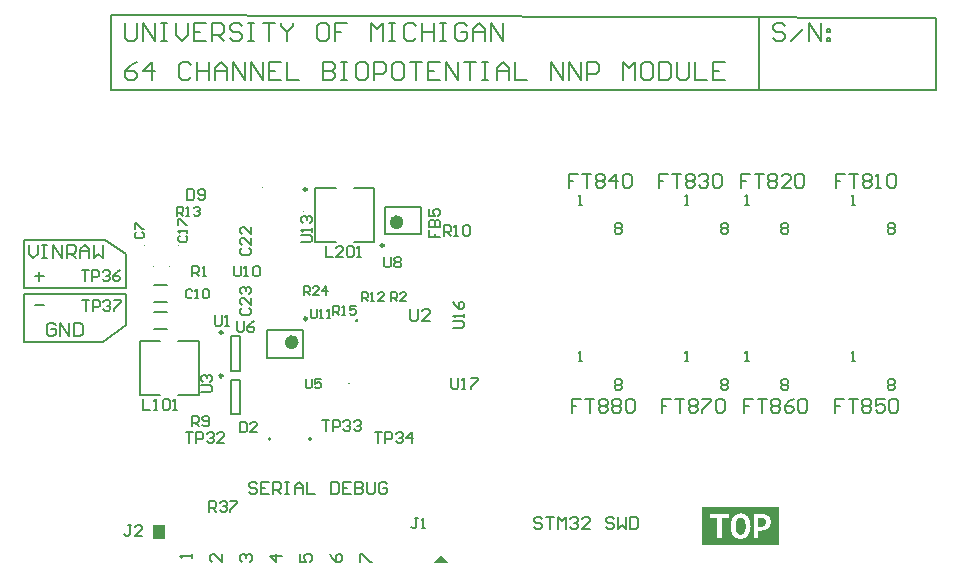
<source format=gto>
G04*
G04 #@! TF.GenerationSoftware,Altium Limited,Altium Designer,24.3.1 (35)*
G04*
G04 Layer_Color=65535*
%FSLAX44Y44*%
%MOMM*%
G71*
G04*
G04 #@! TF.SameCoordinates,35E8F126-3BB9-435E-BEC0-E910B6038B45*
G04*
G04*
G04 #@! TF.FilePolarity,Positive*
G04*
G01*
G75*
%ADD10C,0.2500*%
%ADD11C,0.6000*%
%ADD12C,0.1000*%
%ADD13C,0.2000*%
%ADD14C,0.2540*%
%ADD15C,0.1270*%
%ADD16C,0.2032*%
%ADD17C,0.1778*%
%ADD18C,0.1524*%
%ADD19R,1.0160X1.2700*%
G36*
X762320Y411160D02*
X755340Y404180D01*
X769300D01*
X762320Y411160D01*
D02*
G37*
G36*
X1048385Y419795D02*
X983615D01*
Y451425D01*
X1048385D01*
Y419795D01*
D02*
G37*
%LPC*%
G36*
X1033540Y445993D02*
X1027123D01*
Y425245D01*
X1031054D01*
Y431908D01*
X1033028D01*
X1033786Y431926D01*
X1034156Y431961D01*
X1034491Y431996D01*
X1034809Y432032D01*
X1035108Y432085D01*
X1035390Y432137D01*
X1035655Y432190D01*
X1035884Y432225D01*
X1036096Y432278D01*
X1036289Y432331D01*
X1036430Y432366D01*
X1036554Y432402D01*
X1036642Y432437D01*
X1036695Y432455D01*
X1036712D01*
X1037277Y432684D01*
X1037788Y432931D01*
X1038246Y433195D01*
X1038440Y433318D01*
X1038634Y433442D01*
X1038792Y433565D01*
X1038933Y433671D01*
X1039057Y433759D01*
X1039163Y433847D01*
X1039251Y433918D01*
X1039304Y433971D01*
X1039339Y433988D01*
X1039357Y434006D01*
X1039727Y434394D01*
X1040062Y434799D01*
X1040344Y435205D01*
X1040573Y435575D01*
X1040749Y435892D01*
X1040820Y436033D01*
X1040872Y436157D01*
X1040925Y436245D01*
X1040961Y436333D01*
X1040978Y436368D01*
Y436386D01*
X1041155Y436914D01*
X1041296Y437443D01*
X1041384Y437937D01*
X1041454Y438395D01*
X1041472Y438607D01*
X1041489Y438801D01*
X1041507Y438959D01*
X1041525Y439100D01*
Y439382D01*
X1041507Y439964D01*
X1041437Y440493D01*
X1041348Y440969D01*
X1041296Y441180D01*
X1041243Y441374D01*
X1041190Y441550D01*
X1041137Y441709D01*
X1041084Y441850D01*
X1041049Y441974D01*
X1041014Y442062D01*
X1040978Y442132D01*
X1040961Y442168D01*
Y442185D01*
X1040732Y442626D01*
X1040485Y443031D01*
X1040220Y443384D01*
X1039956Y443683D01*
X1039727Y443930D01*
X1039533Y444106D01*
X1039462Y444177D01*
X1039409Y444230D01*
X1039374Y444248D01*
X1039357Y444265D01*
X1038951Y444565D01*
X1038510Y444829D01*
X1038087Y445041D01*
X1037664Y445235D01*
X1037488Y445305D01*
X1037312Y445376D01*
X1037153Y445429D01*
X1037030Y445464D01*
X1036924Y445499D01*
X1036836Y445534D01*
X1036783Y445552D01*
X1036765D01*
X1036166Y445693D01*
X1035549Y445799D01*
X1034950Y445887D01*
X1034668Y445922D01*
X1034403Y445940D01*
X1034156Y445957D01*
X1033927Y445975D01*
X1033716D01*
X1033540Y445993D01*
D02*
G37*
G36*
X1005864D02*
X990475D01*
Y442732D01*
X996169D01*
Y425245D01*
X1000170D01*
Y442732D01*
X1005864D01*
Y445993D01*
D02*
G37*
G36*
X1016335Y446345D02*
X1016159D01*
X1015506Y446310D01*
X1014890Y446239D01*
X1014343Y446134D01*
X1014079Y446081D01*
X1013849Y446028D01*
X1013620Y445957D01*
X1013426Y445905D01*
X1013250Y445852D01*
X1013109Y445799D01*
X1013003Y445746D01*
X1012915Y445728D01*
X1012862Y445693D01*
X1012845D01*
X1012281Y445429D01*
X1011769Y445129D01*
X1011311Y444794D01*
X1011099Y444635D01*
X1010906Y444477D01*
X1010729Y444336D01*
X1010588Y444195D01*
X1010447Y444071D01*
X1010341Y443948D01*
X1010253Y443860D01*
X1010183Y443789D01*
X1010148Y443754D01*
X1010130Y443736D01*
X1009919Y443489D01*
X1009725Y443225D01*
X1009372Y442661D01*
X1009055Y442097D01*
X1008808Y441568D01*
X1008702Y441321D01*
X1008596Y441092D01*
X1008526Y440881D01*
X1008455Y440704D01*
X1008402Y440563D01*
X1008367Y440458D01*
X1008332Y440387D01*
Y440369D01*
X1008226Y439982D01*
X1008120Y439576D01*
X1007962Y438748D01*
X1007838Y437937D01*
X1007803Y437549D01*
X1007768Y437179D01*
X1007733Y436826D01*
X1007715Y436509D01*
X1007697Y436227D01*
Y435980D01*
X1007680Y435786D01*
Y435504D01*
X1007697Y434570D01*
X1007768Y433671D01*
X1007874Y432842D01*
X1007997Y432085D01*
X1008156Y431379D01*
X1008332Y430727D01*
X1008526Y430128D01*
X1008720Y429599D01*
X1008896Y429141D01*
X1009090Y428735D01*
X1009266Y428383D01*
X1009425Y428101D01*
X1009548Y427872D01*
X1009654Y427713D01*
X1009725Y427625D01*
X1009742Y427589D01*
X1010148Y427113D01*
X1010606Y426690D01*
X1011082Y426338D01*
X1011575Y426021D01*
X1012087Y425756D01*
X1012598Y425545D01*
X1013109Y425351D01*
X1013585Y425210D01*
X1014061Y425104D01*
X1014484Y425016D01*
X1014890Y424963D01*
X1015224Y424910D01*
X1015506Y424892D01*
X1015612D01*
X1015718Y424875D01*
X1015894D01*
X1016546Y424910D01*
X1017163Y424981D01*
X1017710Y425069D01*
X1017974Y425139D01*
X1018221Y425192D01*
X1018433Y425245D01*
X1018626Y425316D01*
X1018803Y425368D01*
X1018944Y425404D01*
X1019050Y425457D01*
X1019138Y425474D01*
X1019191Y425509D01*
X1019208D01*
X1019772Y425774D01*
X1020284Y426073D01*
X1020742Y426408D01*
X1020953Y426567D01*
X1021147Y426726D01*
X1021306Y426867D01*
X1021465Y427008D01*
X1021588Y427131D01*
X1021711Y427237D01*
X1021782Y427325D01*
X1021852Y427396D01*
X1021888Y427431D01*
X1021905Y427448D01*
X1022311Y427977D01*
X1022681Y428541D01*
X1022998Y429088D01*
X1023245Y429634D01*
X1023351Y429881D01*
X1023456Y430093D01*
X1023527Y430304D01*
X1023597Y430480D01*
X1023650Y430621D01*
X1023686Y430727D01*
X1023721Y430798D01*
Y430815D01*
X1023844Y431203D01*
X1023950Y431626D01*
X1024109Y432455D01*
X1024232Y433265D01*
X1024267Y433653D01*
X1024303Y434024D01*
X1024338Y434376D01*
X1024355Y434693D01*
X1024373Y434975D01*
Y435222D01*
X1024391Y435416D01*
Y435698D01*
X1024373Y436650D01*
X1024303Y437531D01*
X1024197Y438360D01*
X1024073Y439136D01*
X1023915Y439841D01*
X1023738Y440493D01*
X1023545Y441075D01*
X1023351Y441603D01*
X1023157Y442079D01*
X1022963Y442485D01*
X1022787Y442820D01*
X1022628Y443102D01*
X1022505Y443331D01*
X1022399Y443489D01*
X1022328Y443578D01*
X1022311Y443613D01*
X1021905Y444089D01*
X1021447Y444512D01*
X1020971Y444882D01*
X1020477Y445199D01*
X1019966Y445464D01*
X1019455Y445675D01*
X1018944Y445852D01*
X1018468Y446010D01*
X1017992Y446116D01*
X1017569Y446204D01*
X1017163Y446257D01*
X1016829Y446310D01*
X1016546Y446328D01*
X1016441D01*
X1016335Y446345D01*
D02*
G37*
%LPD*%
G36*
X1033504Y442732D02*
X1033874Y442714D01*
X1034192Y442661D01*
X1034474Y442626D01*
X1034703Y442573D01*
X1034879Y442520D01*
X1034985Y442502D01*
X1035003Y442485D01*
X1035020D01*
X1035320Y442379D01*
X1035567Y442273D01*
X1035796Y442150D01*
X1035990Y442026D01*
X1036148Y441921D01*
X1036272Y441833D01*
X1036342Y441780D01*
X1036360Y441762D01*
X1036554Y441568D01*
X1036712Y441374D01*
X1036853Y441180D01*
X1036977Y441004D01*
X1037065Y440845D01*
X1037118Y440722D01*
X1037153Y440634D01*
X1037171Y440599D01*
X1037259Y440334D01*
X1037329Y440087D01*
X1037365Y439823D01*
X1037400Y439594D01*
X1037418Y439400D01*
X1037435Y439241D01*
Y439136D01*
Y439118D01*
Y439100D01*
X1037418Y438765D01*
X1037400Y438466D01*
X1037347Y438184D01*
X1037294Y437937D01*
X1037241Y437743D01*
X1037206Y437584D01*
X1037171Y437496D01*
X1037153Y437461D01*
X1037030Y437197D01*
X1036906Y436967D01*
X1036765Y436756D01*
X1036642Y436562D01*
X1036518Y436421D01*
X1036413Y436297D01*
X1036342Y436227D01*
X1036325Y436209D01*
X1036113Y436033D01*
X1035902Y435874D01*
X1035672Y435733D01*
X1035479Y435628D01*
X1035302Y435540D01*
X1035144Y435469D01*
X1035055Y435434D01*
X1035038Y435416D01*
X1035020D01*
X1034721Y435328D01*
X1034421Y435257D01*
X1034103Y435222D01*
X1033839Y435187D01*
X1033592Y435169D01*
X1033398Y435152D01*
X1031054D01*
Y442749D01*
X1033099D01*
X1033504Y442732D01*
D02*
G37*
G36*
X1016441Y442802D02*
X1016829Y442749D01*
X1017181Y442661D01*
X1017498Y442538D01*
X1017780Y442397D01*
X1018062Y442238D01*
X1018292Y442079D01*
X1018503Y441921D01*
X1018697Y441744D01*
X1018856Y441586D01*
X1018979Y441427D01*
X1019085Y441286D01*
X1019173Y441180D01*
X1019226Y441075D01*
X1019261Y441022D01*
X1019279Y441004D01*
X1019455Y440652D01*
X1019614Y440246D01*
X1019737Y439823D01*
X1019843Y439382D01*
X1020019Y438466D01*
X1020090Y438007D01*
X1020143Y437567D01*
X1020178Y437161D01*
X1020213Y436773D01*
X1020231Y436421D01*
X1020248Y436104D01*
X1020266Y435857D01*
Y435663D01*
Y435592D01*
Y435540D01*
Y435522D01*
Y435504D01*
X1020248Y434887D01*
X1020231Y434306D01*
X1020195Y433794D01*
X1020160Y433548D01*
X1020143Y433336D01*
X1020125Y433142D01*
X1020090Y432966D01*
X1020072Y432825D01*
X1020054Y432684D01*
X1020037Y432596D01*
Y432508D01*
X1020019Y432472D01*
Y432455D01*
X1019913Y431979D01*
X1019790Y431556D01*
X1019667Y431168D01*
X1019543Y430850D01*
X1019437Y430586D01*
X1019385Y430480D01*
X1019349Y430392D01*
X1019314Y430322D01*
X1019279Y430269D01*
X1019261Y430251D01*
Y430234D01*
X1019067Y429916D01*
X1018856Y429634D01*
X1018626Y429405D01*
X1018433Y429211D01*
X1018239Y429053D01*
X1018098Y428947D01*
X1017992Y428876D01*
X1017974Y428859D01*
X1017957D01*
X1017639Y428700D01*
X1017322Y428594D01*
X1017005Y428506D01*
X1016705Y428453D01*
X1016441Y428418D01*
X1016317D01*
X1016229Y428400D01*
X1016035D01*
X1015630Y428418D01*
X1015242Y428471D01*
X1014907Y428559D01*
X1014572Y428682D01*
X1014290Y428823D01*
X1014026Y428964D01*
X1013779Y429141D01*
X1013567Y429299D01*
X1013391Y429476D01*
X1013232Y429634D01*
X1013091Y429775D01*
X1012986Y429916D01*
X1012897Y430040D01*
X1012845Y430128D01*
X1012809Y430181D01*
X1012792Y430198D01*
X1012616Y430569D01*
X1012475Y430956D01*
X1012334Y431379D01*
X1012228Y431820D01*
X1012051Y432737D01*
X1011981Y433195D01*
X1011928Y433636D01*
X1011893Y434041D01*
X1011858Y434429D01*
X1011840Y434781D01*
X1011822Y435099D01*
X1011805Y435346D01*
Y435540D01*
Y435610D01*
Y435663D01*
Y435681D01*
Y435698D01*
X1011822Y436315D01*
X1011840Y436897D01*
X1011875Y437408D01*
X1011893Y437637D01*
X1011928Y437849D01*
X1011946Y438043D01*
X1011963Y438219D01*
X1011981Y438377D01*
X1011999Y438501D01*
X1012016Y438589D01*
Y438677D01*
X1012034Y438713D01*
Y438730D01*
X1012140Y439206D01*
X1012263Y439647D01*
X1012386Y440034D01*
X1012510Y440352D01*
X1012616Y440616D01*
X1012668Y440722D01*
X1012704Y440810D01*
X1012739Y440881D01*
X1012774Y440933D01*
X1012792Y440951D01*
Y440969D01*
X1013003Y441286D01*
X1013215Y441568D01*
X1013426Y441797D01*
X1013638Y441991D01*
X1013814Y442150D01*
X1013973Y442256D01*
X1014061Y442326D01*
X1014096Y442344D01*
X1014414Y442502D01*
X1014731Y442626D01*
X1015066Y442696D01*
X1015365Y442767D01*
X1015630Y442802D01*
X1015753D01*
X1015841Y442820D01*
X1016035D01*
X1016441Y442802D01*
D02*
G37*
D10*
X648919Y611308D02*
G03*
X648919Y611308I-1250J0D01*
G01*
X713893Y673427D02*
G03*
X713893Y673427I-1250J0D01*
G01*
X648651Y720671D02*
G03*
X648651Y720671I-1250J0D01*
G01*
X577419Y599516D02*
G03*
X577419Y599516I-1250J0D01*
G01*
X577419Y562913D02*
G03*
X577419Y562913I-1250J0D01*
G01*
D11*
X638919Y591308D02*
G03*
X638919Y591308I-3000J0D01*
G01*
X727643Y692927D02*
G03*
X727643Y692927I-3000J0D01*
G01*
D12*
X564084Y705241D02*
G03*
X564084Y705241I-500J0D01*
G01*
X550648Y597783D02*
G03*
X550648Y597783I-500J0D01*
G01*
X646080Y701852D02*
G03*
X646080Y701852I-500J0D01*
G01*
X511040Y673100D02*
G03*
X511040Y673100I-500J0D01*
G01*
X518660Y655320D02*
G03*
X518660Y655320I-500J0D01*
G01*
X540250Y673100D02*
G03*
X540250Y673100I-500J0D01*
G01*
X532630Y655320D02*
G03*
X532630Y655320I-500J0D01*
G01*
X611407Y722283D02*
G03*
X611407Y722283I-500J0D01*
G01*
D13*
X618169Y509298D02*
G03*
X618169Y509298I-1000J0D01*
G01*
X652473D02*
G03*
X652473Y509298I-1000J0D01*
G01*
X684276Y556571D02*
G03*
X684276Y556571I-230J0D01*
G01*
X645919Y578308D02*
Y601308D01*
X614919Y578308D02*
X645919D01*
X614919Y601308D02*
X645919D01*
X614919Y578308D02*
Y601308D01*
X745643Y682927D02*
Y705927D01*
X714643D02*
X745643D01*
X714643Y682927D02*
X745643D01*
X714643D02*
Y705927D01*
X519710Y640043D02*
X530710D01*
X519710Y625043D02*
X530710D01*
X584419Y596266D02*
X592419D01*
X584419Y567266D02*
X592419D01*
X584419D02*
Y596266D01*
X592419Y567266D02*
Y596266D01*
X584419Y559663D02*
X592419D01*
X584419Y530663D02*
X592419D01*
X584419D02*
Y559663D01*
X592419Y530663D02*
Y559663D01*
X519710Y602233D02*
X530710D01*
X519710Y617233D02*
X530710D01*
D14*
X690946Y609604D02*
G03*
X690946Y609604I-470J0D01*
G01*
D15*
X655626Y676154D02*
X673023D01*
X688270Y721870D02*
X705673Y721870D01*
Y676154D02*
Y721870D01*
X688270Y676154D02*
X705673Y676154D01*
X655626Y676154D02*
Y721871D01*
X673023D01*
X507423Y546796D02*
X524820D01*
X540067Y592513D02*
X557470Y592513D01*
Y546796D02*
Y592513D01*
X540067Y546796D02*
X557470Y546796D01*
X507423Y546796D02*
Y592513D01*
X524820D01*
X408940Y637540D02*
X457200D01*
X495300D01*
Y665675D01*
X478188Y678180D02*
X495300Y665675D01*
X408940Y678180D02*
X478188D01*
X408940Y637540D02*
Y678180D01*
Y591820D02*
Y632460D01*
Y591820D02*
X476168D01*
X495300Y605801D01*
Y632460D01*
X457200D02*
X495300D01*
X408940D02*
X457200D01*
X1031240Y805180D02*
Y866140D01*
X1181100Y805180D02*
Y866140D01*
X482600Y805180D02*
X1181100D01*
X482600D02*
Y868680D01*
X1181100Y866024D01*
X878840Y575059D02*
X881802D01*
X880321D01*
Y583946D01*
X878840Y582465D01*
X909320Y558335D02*
X910801Y559816D01*
X913764D01*
X915245Y558335D01*
Y556854D01*
X913764Y555372D01*
X915245Y553891D01*
Y552410D01*
X913764Y550929D01*
X910801D01*
X909320Y552410D01*
Y553891D01*
X910801Y555372D01*
X909320Y556854D01*
Y558335D01*
X910801Y555372D02*
X913764D01*
X1109980Y575059D02*
X1112942D01*
X1111461D01*
Y583946D01*
X1109980Y582465D01*
X1140460Y558335D02*
X1141941Y559816D01*
X1144904D01*
X1146385Y558335D01*
Y556854D01*
X1144904Y555372D01*
X1146385Y553891D01*
Y552410D01*
X1144904Y550929D01*
X1141941D01*
X1140460Y552410D01*
Y553891D01*
X1141941Y555372D01*
X1140460Y556854D01*
Y558335D01*
X1141941Y555372D02*
X1144904D01*
X1020064Y575059D02*
X1023026D01*
X1021545D01*
Y583946D01*
X1020064Y582465D01*
X1050544Y558335D02*
X1052025Y559816D01*
X1054988D01*
X1056469Y558335D01*
Y556854D01*
X1054988Y555372D01*
X1056469Y553891D01*
Y552410D01*
X1054988Y550929D01*
X1052025D01*
X1050544Y552410D01*
Y553891D01*
X1052025Y555372D01*
X1050544Y556854D01*
Y558335D01*
X1052025Y555372D02*
X1054988D01*
X968756Y575059D02*
X971718D01*
X970237D01*
Y583946D01*
X968756Y582465D01*
X999236Y558335D02*
X1000717Y559816D01*
X1003680D01*
X1005161Y558335D01*
Y556854D01*
X1003680Y555372D01*
X1005161Y553891D01*
Y552410D01*
X1003680Y550929D01*
X1000717D01*
X999236Y552410D01*
Y553891D01*
X1000717Y555372D01*
X999236Y556854D01*
Y558335D01*
X1000717Y555372D02*
X1003680D01*
X1109980Y707393D02*
X1112942D01*
X1111461D01*
Y716280D01*
X1109980Y714799D01*
X1140460Y690669D02*
X1141941Y692150D01*
X1144904D01*
X1146385Y690669D01*
Y689188D01*
X1144904Y687706D01*
X1146385Y686225D01*
Y684744D01*
X1144904Y683263D01*
X1141941D01*
X1140460Y684744D01*
Y686225D01*
X1141941Y687706D01*
X1140460Y689188D01*
Y690669D01*
X1141941Y687706D02*
X1144904D01*
X1020064Y707393D02*
X1023026D01*
X1021545D01*
Y716280D01*
X1020064Y714799D01*
X1050544Y690669D02*
X1052025Y692150D01*
X1054988D01*
X1056469Y690669D01*
Y689188D01*
X1054988Y687706D01*
X1056469Y686225D01*
Y684744D01*
X1054988Y683263D01*
X1052025D01*
X1050544Y684744D01*
Y686225D01*
X1052025Y687706D01*
X1050544Y689188D01*
Y690669D01*
X1052025Y687706D02*
X1054988D01*
X968756Y707393D02*
X971718D01*
X970237D01*
Y716280D01*
X968756Y714799D01*
X999236Y690669D02*
X1000717Y692150D01*
X1003680D01*
X1005161Y690669D01*
Y689188D01*
X1003680Y687706D01*
X1005161Y686225D01*
Y684744D01*
X1003680Y683263D01*
X1000717D01*
X999236Y684744D01*
Y686225D01*
X1000717Y687706D01*
X999236Y689188D01*
Y690669D01*
X1000717Y687706D02*
X1003680D01*
X909320Y690669D02*
X910801Y692150D01*
X913764D01*
X915245Y690669D01*
Y689188D01*
X913764Y687706D01*
X915245Y686225D01*
Y684744D01*
X913764Y683263D01*
X910801D01*
X909320Y684744D01*
Y686225D01*
X910801Y687706D01*
X909320Y689188D01*
Y690669D01*
X910801Y687706D02*
X913764D01*
X878840Y707393D02*
X881802D01*
X880321D01*
Y716280D01*
X878840Y714799D01*
X566328Y447955D02*
Y456842D01*
X570771D01*
X572253Y455361D01*
Y452398D01*
X570771Y450917D01*
X566328D01*
X569290D02*
X572253Y447955D01*
X575215Y455361D02*
X576696Y456842D01*
X579658D01*
X581140Y455361D01*
Y453880D01*
X579658Y452398D01*
X578177D01*
X579658D01*
X581140Y450917D01*
Y449436D01*
X579658Y447955D01*
X576696D01*
X575215Y449436D01*
X584102Y456842D02*
X590027D01*
Y455361D01*
X584102Y449436D01*
Y447955D01*
X646331Y630914D02*
Y638532D01*
X650140D01*
X651410Y637262D01*
Y634723D01*
X650140Y633453D01*
X646331D01*
X648870D02*
X651410Y630914D01*
X659027D02*
X653949D01*
X659027Y635993D01*
Y637262D01*
X657757Y638532D01*
X655218D01*
X653949Y637262D01*
X665375Y630914D02*
Y638532D01*
X661566Y634723D01*
X666645D01*
X458804Y626744D02*
X464728D01*
X461766D01*
Y617856D01*
X467691D02*
Y626744D01*
X472134D01*
X473615Y625262D01*
Y622300D01*
X472134Y620819D01*
X467691D01*
X476578Y625262D02*
X478059Y626744D01*
X481021D01*
X482503Y625262D01*
Y623781D01*
X481021Y622300D01*
X479540D01*
X481021D01*
X482503Y620819D01*
Y619338D01*
X481021Y617856D01*
X478059D01*
X476578Y619338D01*
X485465Y626744D02*
X491390D01*
Y625262D01*
X485465Y619338D01*
Y617856D01*
X458170Y652144D02*
X464095D01*
X461133D01*
Y643256D01*
X467057D02*
Y652144D01*
X471501D01*
X472982Y650662D01*
Y647700D01*
X471501Y646219D01*
X467057D01*
X475945Y650662D02*
X477426Y652144D01*
X480388D01*
X481869Y650662D01*
Y649181D01*
X480388Y647700D01*
X478907D01*
X480388D01*
X481869Y646219D01*
Y644738D01*
X480388Y643256D01*
X477426D01*
X475945Y644738D01*
X490756Y652144D02*
X487794Y650662D01*
X484832Y647700D01*
Y644738D01*
X486313Y643256D01*
X489275D01*
X490756Y644738D01*
Y646219D01*
X489275Y647700D01*
X484832D01*
X500169Y436244D02*
X497206D01*
X498688D01*
Y428838D01*
X497206Y427356D01*
X495725D01*
X494244Y428838D01*
X509056Y427356D02*
X503131D01*
X509056Y433281D01*
Y434762D01*
X507575Y436244D01*
X504612D01*
X503131Y434762D01*
X742952Y442596D02*
X739990D01*
X741471D01*
Y435190D01*
X739990Y433709D01*
X738509D01*
X737028Y435190D01*
X745915Y433709D02*
X748877D01*
X747396D01*
Y442596D01*
X745915Y441115D01*
X592034Y523874D02*
Y514986D01*
X596478D01*
X597959Y516468D01*
Y522392D01*
X596478Y523874D01*
X592034D01*
X606846Y514986D02*
X600921D01*
X606846Y520911D01*
Y522392D01*
X605365Y523874D01*
X602402D01*
X600921Y522392D01*
X706337Y514984D02*
X712262D01*
X709299D01*
Y506096D01*
X715224D02*
Y514984D01*
X719668D01*
X721149Y513502D01*
Y510540D01*
X719668Y509059D01*
X715224D01*
X724111Y513502D02*
X725592Y514984D01*
X728555D01*
X730036Y513502D01*
Y512021D01*
X728555Y510540D01*
X727074D01*
X728555D01*
X730036Y509059D01*
Y507578D01*
X728555Y506096D01*
X725592D01*
X724111Y507578D01*
X737442Y506096D02*
Y514984D01*
X732998Y510540D01*
X738923D01*
X661887Y525144D02*
X667812D01*
X664849D01*
Y516256D01*
X670774D02*
Y525144D01*
X675218D01*
X676699Y523662D01*
Y520700D01*
X675218Y519219D01*
X670774D01*
X679661Y523662D02*
X681142Y525144D01*
X684105D01*
X685586Y523662D01*
Y522181D01*
X684105Y520700D01*
X682624D01*
X684105D01*
X685586Y519219D01*
Y517738D01*
X684105Y516256D01*
X681142D01*
X679661Y517738D01*
X688548Y523662D02*
X690030Y525144D01*
X692992D01*
X694473Y523662D01*
Y522181D01*
X692992Y520700D01*
X691511D01*
X692992D01*
X694473Y519219D01*
Y517738D01*
X692992Y516256D01*
X690030D01*
X688548Y517738D01*
X546317Y514984D02*
X552242D01*
X549279D01*
Y506096D01*
X555204D02*
Y514984D01*
X559648D01*
X561129Y513502D01*
Y510540D01*
X559648Y509059D01*
X555204D01*
X564091Y513502D02*
X565572Y514984D01*
X568535D01*
X570016Y513502D01*
Y512021D01*
X568535Y510540D01*
X567054D01*
X568535D01*
X570016Y509059D01*
Y507578D01*
X568535Y506096D01*
X565572D01*
X564091Y507578D01*
X578903Y506096D02*
X572978D01*
X578903Y512021D01*
Y513502D01*
X577422Y514984D01*
X574459D01*
X572978Y513502D01*
X671198Y614681D02*
Y622299D01*
X675007D01*
X676276Y621029D01*
Y618490D01*
X675007Y617220D01*
X671198D01*
X673737D02*
X676276Y614681D01*
X678816D02*
X681355D01*
X680085D01*
Y622299D01*
X678816Y621029D01*
X690242Y622299D02*
X685164D01*
Y618490D01*
X687703Y619760D01*
X688972D01*
X690242Y618490D01*
Y615951D01*
X688972Y614681D01*
X686433D01*
X685164Y615951D01*
X695328Y626111D02*
Y633729D01*
X699137D01*
X700406Y632459D01*
Y629920D01*
X699137Y628650D01*
X695328D01*
X697867D02*
X700406Y626111D01*
X702946D02*
X705485D01*
X704215D01*
Y633729D01*
X702946Y632459D01*
X714372Y626111D02*
X709294D01*
X714372Y631190D01*
Y632459D01*
X713102Y633729D01*
X710563D01*
X709294Y632459D01*
X764861Y681356D02*
Y690244D01*
X769305D01*
X770786Y688762D01*
Y685800D01*
X769305Y684319D01*
X764861D01*
X767823D02*
X770786Y681356D01*
X773748D02*
X776711D01*
X775229D01*
Y690244D01*
X773748Y688762D01*
X781154D02*
X782635Y690244D01*
X785598D01*
X787079Y688762D01*
Y682838D01*
X785598Y681356D01*
X782635D01*
X781154Y682838D01*
Y688762D01*
X771211Y560704D02*
Y553298D01*
X772692Y551816D01*
X775655D01*
X777136Y553298D01*
Y560704D01*
X780098Y551816D02*
X783061D01*
X781579D01*
Y560704D01*
X780098Y559222D01*
X787504Y560704D02*
X793429D01*
Y559222D01*
X787504Y553298D01*
Y551816D01*
X772796Y603571D02*
X780202D01*
X781684Y605052D01*
Y608015D01*
X780202Y609496D01*
X772796D01*
X781684Y612458D02*
Y615421D01*
Y613939D01*
X772796D01*
X774278Y612458D01*
X772796Y625789D02*
X774278Y622826D01*
X777240Y619864D01*
X780202D01*
X781684Y621345D01*
Y624308D01*
X780202Y625789D01*
X778721D01*
X777240Y624308D01*
Y619864D01*
X752476Y686225D02*
Y680301D01*
X756920D01*
Y683263D01*
Y680301D01*
X761364D01*
X752476Y689188D02*
X761364D01*
Y693631D01*
X759882Y695112D01*
X758401D01*
X756920Y693631D01*
Y689188D01*
Y693631D01*
X755439Y695112D01*
X753958D01*
X752476Y693631D01*
Y689188D01*
Y703999D02*
Y698075D01*
X756920D01*
X755439Y701037D01*
Y702518D01*
X756920Y703999D01*
X759882D01*
X761364Y702518D01*
Y699556D01*
X759882Y698075D01*
X664638Y672464D02*
Y663576D01*
X670563D01*
X679450D02*
X673525D01*
X679450Y669501D01*
Y670982D01*
X677969Y672464D01*
X675006D01*
X673525Y670982D01*
X682412D02*
X683894Y672464D01*
X686856D01*
X688337Y670982D01*
Y665058D01*
X686856Y663576D01*
X683894D01*
X682412Y665058D01*
Y670982D01*
X691300Y663576D02*
X694262D01*
X692781D01*
Y672464D01*
X691300Y670982D01*
X510439Y542924D02*
Y534036D01*
X516363D01*
X519326D02*
X522288D01*
X520807D01*
Y542924D01*
X519326Y541442D01*
X526732D02*
X528213Y542924D01*
X531175D01*
X532657Y541442D01*
Y535518D01*
X531175Y534036D01*
X528213D01*
X526732Y535518D01*
Y541442D01*
X535619Y534036D02*
X538581D01*
X537100D01*
Y542924D01*
X535619Y541442D01*
X644208Y675961D02*
X651613D01*
X653095Y677442D01*
Y680405D01*
X651613Y681886D01*
X644208D01*
X653095Y684848D02*
Y687811D01*
Y686329D01*
X644208D01*
X645689Y684848D01*
Y692254D02*
X644208Y693735D01*
Y696698D01*
X645689Y698179D01*
X647170D01*
X648651Y696698D01*
Y695217D01*
Y696698D01*
X650132Y698179D01*
X651613D01*
X653095Y696698D01*
Y693735D01*
X651613Y692254D01*
X652068Y619264D02*
Y612916D01*
X653338Y611647D01*
X655877D01*
X657146Y612916D01*
Y619264D01*
X659686Y611647D02*
X662225D01*
X660955D01*
Y619264D01*
X659686Y617994D01*
X666033Y611647D02*
X668573D01*
X667303D01*
Y619264D01*
X666033Y617994D01*
X587061Y655954D02*
Y648548D01*
X588542Y647066D01*
X591505D01*
X592986Y648548D01*
Y655954D01*
X595948Y647066D02*
X598911D01*
X597429D01*
Y655954D01*
X595948Y654472D01*
X603354D02*
X604835Y655954D01*
X607798D01*
X609279Y654472D01*
Y648548D01*
X607798Y647066D01*
X604835D01*
X603354Y648548D01*
Y654472D01*
X713954Y663574D02*
Y656168D01*
X715435Y654686D01*
X718398D01*
X719879Y656168D01*
Y663574D01*
X722841Y662092D02*
X724322Y663574D01*
X727285D01*
X728766Y662092D01*
Y660611D01*
X727285Y659130D01*
X728766Y657649D01*
Y656168D01*
X727285Y654686D01*
X724322D01*
X722841Y656168D01*
Y657649D01*
X724322Y659130D01*
X722841Y660611D01*
Y662092D01*
X724322Y659130D02*
X727285D01*
X589494Y608964D02*
Y601558D01*
X590975Y600076D01*
X593938D01*
X595419Y601558D01*
Y608964D01*
X604306D02*
X601344Y607482D01*
X598381Y604520D01*
Y601558D01*
X599862Y600076D01*
X602825D01*
X604306Y601558D01*
Y603039D01*
X602825Y604520D01*
X598381D01*
X647702Y560069D02*
Y553721D01*
X648972Y552451D01*
X651511D01*
X652780Y553721D01*
Y560069D01*
X660398D02*
X655320D01*
Y556260D01*
X657859Y557530D01*
X659128D01*
X660398Y556260D01*
Y553721D01*
X659128Y552451D01*
X656589D01*
X655320Y553721D01*
X559436Y548854D02*
X566842D01*
X568324Y550335D01*
Y553298D01*
X566842Y554779D01*
X559436D01*
X560918Y557741D02*
X559436Y559222D01*
Y562185D01*
X560918Y563666D01*
X562399D01*
X563880Y562185D01*
Y560704D01*
Y562185D01*
X565361Y563666D01*
X566842D01*
X568324Y562185D01*
Y559222D01*
X566842Y557741D01*
X570655Y614044D02*
Y606638D01*
X572136Y605156D01*
X575099D01*
X576580Y606638D01*
Y614044D01*
X579542Y605156D02*
X582505D01*
X581024D01*
Y614044D01*
X579542Y612562D01*
X539118Y698501D02*
Y706119D01*
X542927D01*
X544196Y704849D01*
Y702310D01*
X542927Y701040D01*
X539118D01*
X541657D02*
X544196Y698501D01*
X546736D02*
X549275D01*
X548005D01*
Y706119D01*
X546736Y704849D01*
X553084D02*
X554353Y706119D01*
X556892D01*
X558162Y704849D01*
Y703580D01*
X556892Y702310D01*
X555623D01*
X556892D01*
X558162Y701040D01*
Y699771D01*
X556892Y698501D01*
X554353D01*
X553084Y699771D01*
X551394Y520066D02*
Y528954D01*
X555838D01*
X557319Y527472D01*
Y524510D01*
X555838Y523029D01*
X551394D01*
X554356D02*
X557319Y520066D01*
X560281Y521548D02*
X561762Y520066D01*
X564725D01*
X566206Y521548D01*
Y527472D01*
X564725Y528954D01*
X561762D01*
X560281Y527472D01*
Y525991D01*
X561762Y524510D01*
X566206D01*
X720092Y626111D02*
Y633729D01*
X723901D01*
X725170Y632459D01*
Y629920D01*
X723901Y628650D01*
X720092D01*
X722631D02*
X725170Y626111D01*
X732788D02*
X727710D01*
X732788Y631190D01*
Y632459D01*
X731518Y633729D01*
X728979D01*
X727710Y632459D01*
X551605Y647066D02*
Y655954D01*
X556049D01*
X557530Y654472D01*
Y651510D01*
X556049Y650029D01*
X551605D01*
X554568D02*
X557530Y647066D01*
X560492D02*
X563455D01*
X561974D01*
Y655954D01*
X560492Y654472D01*
X547584Y720724D02*
Y711836D01*
X552028D01*
X553509Y713318D01*
Y719242D01*
X552028Y720724D01*
X547584D01*
X556471Y713318D02*
X557952Y711836D01*
X560915D01*
X562396Y713318D01*
Y719242D01*
X560915Y720724D01*
X557952D01*
X556471Y719242D01*
Y717761D01*
X557952Y716280D01*
X562396D01*
X593938Y620185D02*
X592456Y618704D01*
Y615742D01*
X593938Y614260D01*
X599862D01*
X601343Y615742D01*
Y618704D01*
X599862Y620185D01*
X601343Y629072D02*
Y623148D01*
X595419Y629072D01*
X593938D01*
X592456Y627591D01*
Y624629D01*
X593938Y623148D01*
Y632035D02*
X592456Y633516D01*
Y636478D01*
X593938Y637960D01*
X595419D01*
X596900Y636478D01*
Y634997D01*
Y636478D01*
X598381Y637960D01*
X599862D01*
X601343Y636478D01*
Y633516D01*
X599862Y632035D01*
X593938Y670985D02*
X592456Y669504D01*
Y666542D01*
X593938Y665061D01*
X599862D01*
X601343Y666542D01*
Y669504D01*
X599862Y670985D01*
X601343Y679872D02*
Y673948D01*
X595419Y679872D01*
X593938D01*
X592456Y678391D01*
Y675429D01*
X593938Y673948D01*
X601343Y688760D02*
Y682835D01*
X595419Y688760D01*
X593938D01*
X592456Y687278D01*
Y684316D01*
X593938Y682835D01*
X541021Y681356D02*
X539751Y680087D01*
Y677548D01*
X541021Y676278D01*
X546099D01*
X547369Y677548D01*
Y680087D01*
X546099Y681356D01*
X547369Y683896D02*
Y686435D01*
Y685165D01*
X539751D01*
X541021Y683896D01*
X539751Y690244D02*
Y695322D01*
X541021D01*
X546099Y690244D01*
X547369D01*
X551816Y634999D02*
X550547Y636269D01*
X548008D01*
X546738Y634999D01*
Y629921D01*
X548008Y628651D01*
X550547D01*
X551816Y629921D01*
X554356Y628651D02*
X556895D01*
X555625D01*
Y636269D01*
X554356Y634999D01*
X560704D02*
X561973Y636269D01*
X564512D01*
X565782Y634999D01*
Y629921D01*
X564512Y628651D01*
X561973D01*
X560704Y629921D01*
Y634999D01*
X504191Y684530D02*
X502921Y683261D01*
Y680722D01*
X504191Y679452D01*
X509269D01*
X510539Y680722D01*
Y683261D01*
X509269Y684530D01*
X502921Y687070D02*
Y692148D01*
X504191D01*
X509269Y687070D01*
X510539D01*
D16*
X504949Y828548D02*
X499870Y826009D01*
X494792Y820930D01*
Y815852D01*
X497331Y813313D01*
X502410D01*
X504949Y815852D01*
Y818391D01*
X502410Y820930D01*
X494792D01*
X517645Y813313D02*
Y828548D01*
X510027Y820930D01*
X520184D01*
X550654Y826009D02*
X548115Y828548D01*
X543036D01*
X540497Y826009D01*
Y815852D01*
X543036Y813313D01*
X548115D01*
X550654Y815852D01*
X555732Y828548D02*
Y813313D01*
Y820930D01*
X565889D01*
Y828548D01*
Y813313D01*
X570967D02*
Y823470D01*
X576046Y828548D01*
X581124Y823470D01*
Y813313D01*
Y820930D01*
X570967D01*
X586202Y813313D02*
Y828548D01*
X596359Y813313D01*
Y828548D01*
X601437Y813313D02*
Y828548D01*
X611594Y813313D01*
Y828548D01*
X626829D02*
X616673D01*
Y813313D01*
X626829D01*
X616673Y820930D02*
X621751D01*
X631908Y828548D02*
Y813313D01*
X642064D01*
X662378Y828548D02*
Y813313D01*
X669995D01*
X672534Y815852D01*
Y818391D01*
X669995Y820930D01*
X662378D01*
X669995D01*
X672534Y823470D01*
Y826009D01*
X669995Y828548D01*
X662378D01*
X677613D02*
X682691D01*
X680152D01*
Y813313D01*
X677613D01*
X682691D01*
X697926Y828548D02*
X692848D01*
X690309Y826009D01*
Y815852D01*
X692848Y813313D01*
X697926D01*
X700465Y815852D01*
Y826009D01*
X697926Y828548D01*
X705544Y813313D02*
Y828548D01*
X713161D01*
X715701Y826009D01*
Y820930D01*
X713161Y818391D01*
X705544D01*
X728396Y828548D02*
X723318D01*
X720779Y826009D01*
Y815852D01*
X723318Y813313D01*
X728396D01*
X730936Y815852D01*
Y826009D01*
X728396Y828548D01*
X736014D02*
X746171D01*
X741092D01*
Y813313D01*
X761406Y828548D02*
X751249D01*
Y813313D01*
X761406D01*
X751249Y820930D02*
X756327D01*
X766484Y813313D02*
Y828548D01*
X776641Y813313D01*
Y828548D01*
X781719D02*
X791876D01*
X786797D01*
Y813313D01*
X796954Y828548D02*
X802033D01*
X799493D01*
Y813313D01*
X796954D01*
X802033D01*
X809650D02*
Y823470D01*
X814728Y828548D01*
X819807Y823470D01*
Y813313D01*
Y820930D01*
X809650D01*
X824885Y828548D02*
Y813313D01*
X835042D01*
X855355D02*
Y828548D01*
X865512Y813313D01*
Y828548D01*
X870590Y813313D02*
Y828548D01*
X880747Y813313D01*
Y828548D01*
X885826Y813313D02*
Y828548D01*
X893443D01*
X895982Y826009D01*
Y820930D01*
X893443Y818391D01*
X885826D01*
X916296Y813313D02*
Y828548D01*
X921374Y823470D01*
X926452Y828548D01*
Y813313D01*
X939148Y828548D02*
X934070D01*
X931531Y826009D01*
Y815852D01*
X934070Y813313D01*
X939148D01*
X941687Y815852D01*
Y826009D01*
X939148Y828548D01*
X946766D02*
Y813313D01*
X954383D01*
X956923Y815852D01*
Y826009D01*
X954383Y828548D01*
X946766D01*
X962001D02*
Y815852D01*
X964540Y813313D01*
X969618D01*
X972158Y815852D01*
Y828548D01*
X977236D02*
Y813313D01*
X987393D01*
X1002628Y828548D02*
X992471D01*
Y813313D01*
X1002628D01*
X992471Y820930D02*
X997549D01*
X494792Y861568D02*
Y848872D01*
X497331Y846333D01*
X502410D01*
X504949Y848872D01*
Y861568D01*
X510027Y846333D02*
Y861568D01*
X520184Y846333D01*
Y861568D01*
X525262D02*
X530340D01*
X527801D01*
Y846333D01*
X525262D01*
X530340D01*
X537958Y861568D02*
Y851411D01*
X543036Y846333D01*
X548115Y851411D01*
Y861568D01*
X563350D02*
X553193D01*
Y846333D01*
X563350D01*
X553193Y853951D02*
X558271D01*
X568428Y846333D02*
Y861568D01*
X576046D01*
X578585Y859029D01*
Y853951D01*
X576046Y851411D01*
X568428D01*
X573507D02*
X578585Y846333D01*
X593820Y859029D02*
X591281Y861568D01*
X586202D01*
X583663Y859029D01*
Y856490D01*
X586202Y853951D01*
X591281D01*
X593820Y851411D01*
Y848872D01*
X591281Y846333D01*
X586202D01*
X583663Y848872D01*
X598898Y861568D02*
X603977D01*
X601437D01*
Y846333D01*
X598898D01*
X603977D01*
X611594Y861568D02*
X621751D01*
X616673D01*
Y846333D01*
X626829Y861568D02*
Y859029D01*
X631908Y853951D01*
X636986Y859029D01*
Y861568D01*
X631908Y853951D02*
Y846333D01*
X664917Y861568D02*
X659839D01*
X657299Y859029D01*
Y848872D01*
X659839Y846333D01*
X664917D01*
X667456Y848872D01*
Y859029D01*
X664917Y861568D01*
X682691D02*
X672534D01*
Y853951D01*
X677613D01*
X672534D01*
Y846333D01*
X703005D02*
Y861568D01*
X708083Y856490D01*
X713161Y861568D01*
Y846333D01*
X718240Y861568D02*
X723318D01*
X720779D01*
Y846333D01*
X718240D01*
X723318D01*
X741092Y859029D02*
X738553Y861568D01*
X733475D01*
X730936Y859029D01*
Y848872D01*
X733475Y846333D01*
X738553D01*
X741092Y848872D01*
X746171Y861568D02*
Y846333D01*
Y853951D01*
X756327D01*
Y861568D01*
Y846333D01*
X761406Y861568D02*
X766484D01*
X763945D01*
Y846333D01*
X761406D01*
X766484D01*
X784258Y859029D02*
X781719Y861568D01*
X776641D01*
X774102Y859029D01*
Y848872D01*
X776641Y846333D01*
X781719D01*
X784258Y848872D01*
Y853951D01*
X779180D01*
X789337Y846333D02*
Y856490D01*
X794415Y861568D01*
X799493Y856490D01*
Y846333D01*
Y853951D01*
X789337D01*
X804572Y846333D02*
Y861568D01*
X814728Y846333D01*
Y861568D01*
X1053589Y859029D02*
X1051049Y861568D01*
X1045971D01*
X1043432Y859029D01*
Y856490D01*
X1045971Y853951D01*
X1051049D01*
X1053589Y851411D01*
Y848872D01*
X1051049Y846333D01*
X1045971D01*
X1043432Y848872D01*
X1058667Y846333D02*
X1068824Y856490D01*
X1073902Y846333D02*
Y861568D01*
X1084059Y846333D01*
Y861568D01*
X1089137Y856490D02*
X1091676D01*
Y853951D01*
X1089137D01*
Y856490D01*
Y848872D02*
X1091676D01*
Y846333D01*
X1089137D01*
Y848872D01*
D17*
X627379Y410550D02*
X617222D01*
X622300Y405471D01*
Y412243D01*
X576579Y412242D02*
Y405471D01*
X569808Y412242D01*
X568115D01*
X566422Y410549D01*
Y407164D01*
X568115Y405471D01*
X551179Y408857D02*
Y412242D01*
Y410549D01*
X541022D01*
X542715Y408857D01*
X593515Y405471D02*
X591822Y407164D01*
Y410550D01*
X593515Y412242D01*
X595208D01*
X596900Y410550D01*
Y408857D01*
Y410550D01*
X598593Y412242D01*
X600286D01*
X601979Y410550D01*
Y407164D01*
X600286Y405471D01*
X642622Y412243D02*
Y405471D01*
X647700D01*
X646008Y408857D01*
Y410550D01*
X647700Y412243D01*
X651086D01*
X652779Y410550D01*
Y407164D01*
X651086Y405471D01*
X668022Y412243D02*
X669715Y408857D01*
X673100Y405471D01*
X676486D01*
X678179Y407164D01*
Y410550D01*
X676486Y412243D01*
X674793D01*
X673100Y410550D01*
Y405471D01*
X693422D02*
Y412243D01*
X695115D01*
X701886Y405471D01*
X703579D01*
X880615Y543052D02*
X872998D01*
Y537339D01*
X876807D01*
X872998D01*
Y531626D01*
X884424Y543052D02*
X892042D01*
X888233D01*
Y531626D01*
X895851Y541148D02*
X897755Y543052D01*
X901564D01*
X903468Y541148D01*
Y539243D01*
X901564Y537339D01*
X903468Y535434D01*
Y533530D01*
X901564Y531626D01*
X897755D01*
X895851Y533530D01*
Y535434D01*
X897755Y537339D01*
X895851Y539243D01*
Y541148D01*
X897755Y537339D02*
X901564D01*
X907277Y541148D02*
X909181Y543052D01*
X912990D01*
X914894Y541148D01*
Y539243D01*
X912990Y537339D01*
X914894Y535434D01*
Y533530D01*
X912990Y531626D01*
X909181D01*
X907277Y533530D01*
Y535434D01*
X909181Y537339D01*
X907277Y539243D01*
Y541148D01*
X909181Y537339D02*
X912990D01*
X918703Y541148D02*
X920608Y543052D01*
X924416D01*
X926321Y541148D01*
Y533530D01*
X924416Y531626D01*
X920608D01*
X918703Y533530D01*
Y541148D01*
X956815Y543052D02*
X949198D01*
Y537339D01*
X953007D01*
X949198D01*
Y531626D01*
X960624Y543052D02*
X968242D01*
X964433D01*
Y531626D01*
X972051Y541148D02*
X973955Y543052D01*
X977764D01*
X979668Y541148D01*
Y539243D01*
X977764Y537339D01*
X979668Y535434D01*
Y533530D01*
X977764Y531626D01*
X973955D01*
X972051Y533530D01*
Y535434D01*
X973955Y537339D01*
X972051Y539243D01*
Y541148D01*
X973955Y537339D02*
X977764D01*
X983477Y543052D02*
X991095D01*
Y541148D01*
X983477Y533530D01*
Y531626D01*
X994903Y541148D02*
X996808Y543052D01*
X1000616D01*
X1002521Y541148D01*
Y533530D01*
X1000616Y531626D01*
X996808D01*
X994903Y533530D01*
Y541148D01*
X1026665Y543052D02*
X1019048D01*
Y537339D01*
X1022857D01*
X1019048D01*
Y531626D01*
X1030474Y543052D02*
X1038092D01*
X1034283D01*
Y531626D01*
X1041901Y541148D02*
X1043805Y543052D01*
X1047614D01*
X1049518Y541148D01*
Y539243D01*
X1047614Y537339D01*
X1049518Y535434D01*
Y533530D01*
X1047614Y531626D01*
X1043805D01*
X1041901Y533530D01*
Y535434D01*
X1043805Y537339D01*
X1041901Y539243D01*
Y541148D01*
X1043805Y537339D02*
X1047614D01*
X1060945Y543052D02*
X1057136Y541148D01*
X1053327Y537339D01*
Y533530D01*
X1055231Y531626D01*
X1059040D01*
X1060945Y533530D01*
Y535434D01*
X1059040Y537339D01*
X1053327D01*
X1064753Y541148D02*
X1066658Y543052D01*
X1070466D01*
X1072371Y541148D01*
Y533530D01*
X1070466Y531626D01*
X1066658D01*
X1064753Y533530D01*
Y541148D01*
X1103588Y543052D02*
X1095970D01*
Y537339D01*
X1099779D01*
X1095970D01*
Y531626D01*
X1107396Y543052D02*
X1115014D01*
X1111205D01*
Y531626D01*
X1118823Y541148D02*
X1120727Y543052D01*
X1124536D01*
X1126440Y541148D01*
Y539243D01*
X1124536Y537339D01*
X1126440Y535434D01*
Y533530D01*
X1124536Y531626D01*
X1120727D01*
X1118823Y533530D01*
Y535434D01*
X1120727Y537339D01*
X1118823Y539243D01*
Y541148D01*
X1120727Y537339D02*
X1124536D01*
X1137867Y543052D02*
X1130249D01*
Y537339D01*
X1134058Y539243D01*
X1135962D01*
X1137867Y537339D01*
Y533530D01*
X1135962Y531626D01*
X1132153D01*
X1130249Y533530D01*
X1141675Y541148D02*
X1143580Y543052D01*
X1147389D01*
X1149293Y541148D01*
Y533530D01*
X1147389Y531626D01*
X1143580D01*
X1141675Y533530D01*
Y541148D01*
X1104136Y733552D02*
X1096518D01*
Y727839D01*
X1100327D01*
X1096518D01*
Y722126D01*
X1107944Y733552D02*
X1115562D01*
X1111753D01*
Y722126D01*
X1119371Y731648D02*
X1121275Y733552D01*
X1125084D01*
X1126988Y731648D01*
Y729743D01*
X1125084Y727839D01*
X1126988Y725935D01*
Y724030D01*
X1125084Y722126D01*
X1121275D01*
X1119371Y724030D01*
Y725935D01*
X1121275Y727839D01*
X1119371Y729743D01*
Y731648D01*
X1121275Y727839D02*
X1125084D01*
X1130797Y722126D02*
X1134606D01*
X1132701D01*
Y733552D01*
X1130797Y731648D01*
X1140319D02*
X1142223Y733552D01*
X1146032D01*
X1147936Y731648D01*
Y724030D01*
X1146032Y722126D01*
X1142223D01*
X1140319Y724030D01*
Y731648D01*
X1024126Y733552D02*
X1016508D01*
Y727839D01*
X1020317D01*
X1016508D01*
Y722126D01*
X1027934Y733552D02*
X1035552D01*
X1031743D01*
Y722126D01*
X1039361Y731648D02*
X1041265Y733552D01*
X1045074D01*
X1046978Y731648D01*
Y729743D01*
X1045074Y727839D01*
X1046978Y725935D01*
Y724030D01*
X1045074Y722126D01*
X1041265D01*
X1039361Y724030D01*
Y725935D01*
X1041265Y727839D01*
X1039361Y729743D01*
Y731648D01*
X1041265Y727839D02*
X1045074D01*
X1058404Y722126D02*
X1050787D01*
X1058404Y729743D01*
Y731648D01*
X1056500Y733552D01*
X1052691D01*
X1050787Y731648D01*
X1062213D02*
X1064118Y733552D01*
X1067926D01*
X1069831Y731648D01*
Y724030D01*
X1067926Y722126D01*
X1064118D01*
X1062213Y724030D01*
Y731648D01*
X954276Y733552D02*
X946658D01*
Y727839D01*
X950467D01*
X946658D01*
Y722126D01*
X958084Y733552D02*
X965702D01*
X961893D01*
Y722126D01*
X969511Y731648D02*
X971415Y733552D01*
X975224D01*
X977128Y731648D01*
Y729743D01*
X975224Y727839D01*
X977128Y725935D01*
Y724030D01*
X975224Y722126D01*
X971415D01*
X969511Y724030D01*
Y725935D01*
X971415Y727839D01*
X969511Y729743D01*
Y731648D01*
X971415Y727839D02*
X975224D01*
X980937Y731648D02*
X982841Y733552D01*
X986650D01*
X988555Y731648D01*
Y729743D01*
X986650Y727839D01*
X984746D01*
X986650D01*
X988555Y725935D01*
Y724030D01*
X986650Y722126D01*
X982841D01*
X980937Y724030D01*
X992363Y731648D02*
X994268Y733552D01*
X998076D01*
X999981Y731648D01*
Y724030D01*
X998076Y722126D01*
X994268D01*
X992363Y724030D01*
Y731648D01*
X878075Y733552D02*
X870458D01*
Y727839D01*
X874267D01*
X870458D01*
Y722126D01*
X881884Y733552D02*
X889502D01*
X885693D01*
Y722126D01*
X893311Y731648D02*
X895215Y733552D01*
X899024D01*
X900928Y731648D01*
Y729743D01*
X899024Y727839D01*
X900928Y725935D01*
Y724030D01*
X899024Y722126D01*
X895215D01*
X893311Y724030D01*
Y725935D01*
X895215Y727839D01*
X893311Y729743D01*
Y731648D01*
X895215Y727839D02*
X899024D01*
X910450Y722126D02*
Y733552D01*
X904737Y727839D01*
X912355D01*
X916163Y731648D02*
X918068Y733552D01*
X921876D01*
X923781Y731648D01*
Y724030D01*
X921876Y722126D01*
X918068D01*
X916163Y724030D01*
Y731648D01*
X418338Y623062D02*
X425956D01*
X418338Y647193D02*
X425956D01*
X422147Y651002D02*
Y643384D01*
X436115Y605918D02*
X434211Y607822D01*
X430402D01*
X428498Y605918D01*
Y598300D01*
X430402Y596396D01*
X434211D01*
X436115Y598300D01*
Y602109D01*
X432307D01*
X439924Y596396D02*
Y607822D01*
X447542Y596396D01*
Y607822D01*
X451351D02*
Y596396D01*
X457064D01*
X458968Y598300D01*
Y605918D01*
X457064Y607822D01*
X451351D01*
X413258Y673862D02*
Y666245D01*
X417067Y662436D01*
X420876Y666245D01*
Y673862D01*
X424684D02*
X428493D01*
X426589D01*
Y662436D01*
X424684D01*
X428493D01*
X434206D02*
Y673862D01*
X441824Y662436D01*
Y673862D01*
X445633Y662436D02*
Y673862D01*
X451346D01*
X453250Y671958D01*
Y668149D01*
X451346Y666245D01*
X445633D01*
X449441D02*
X453250Y662436D01*
X457059D02*
Y670053D01*
X460868Y673862D01*
X464676Y670053D01*
Y662436D01*
Y668149D01*
X457059D01*
X468485Y673862D02*
Y662436D01*
X472294Y666245D01*
X476103Y662436D01*
Y673862D01*
X735756Y619758D02*
Y611294D01*
X737449Y609602D01*
X740834D01*
X742527Y611294D01*
Y619758D01*
X752684Y609602D02*
X745913D01*
X752684Y616373D01*
Y618066D01*
X750991Y619758D01*
X747606D01*
X745913Y618066D01*
D18*
X606214Y471061D02*
X604521Y472753D01*
X601136D01*
X599443Y471061D01*
Y469368D01*
X601136Y467675D01*
X604521D01*
X606214Y465982D01*
Y464290D01*
X604521Y462597D01*
X601136D01*
X599443Y464290D01*
X616371Y472753D02*
X609600D01*
Y462597D01*
X616371D01*
X609600Y467675D02*
X612985D01*
X619756Y462597D02*
Y472753D01*
X624835D01*
X626528Y471061D01*
Y467675D01*
X624835Y465982D01*
X619756D01*
X623142D02*
X626528Y462597D01*
X629913Y472753D02*
X633299D01*
X631606D01*
Y462597D01*
X629913D01*
X633299D01*
X638377D02*
Y469368D01*
X641763Y472753D01*
X645148Y469368D01*
Y462597D01*
Y467675D01*
X638377D01*
X648534Y472753D02*
Y462597D01*
X655305D01*
X668847Y472753D02*
Y462597D01*
X673926D01*
X675618Y464290D01*
Y471061D01*
X673926Y472753D01*
X668847D01*
X685775D02*
X679004D01*
Y462597D01*
X685775D01*
X679004Y467675D02*
X682390D01*
X689161Y472753D02*
Y462597D01*
X694239D01*
X695932Y464290D01*
Y465982D01*
X694239Y467675D01*
X689161D01*
X694239D01*
X695932Y469368D01*
Y471061D01*
X694239Y472753D01*
X689161D01*
X699317D02*
Y464290D01*
X701010Y462597D01*
X704396D01*
X706089Y464290D01*
Y472753D01*
X716245Y471061D02*
X714553Y472753D01*
X711167D01*
X709474Y471061D01*
Y464290D01*
X711167Y462597D01*
X714553D01*
X716245Y464290D01*
Y467675D01*
X712860D01*
X847765Y441788D02*
X846072Y443481D01*
X842687D01*
X840994Y441788D01*
Y440095D01*
X842687Y438402D01*
X846072D01*
X847765Y436710D01*
Y435017D01*
X846072Y433324D01*
X842687D01*
X840994Y435017D01*
X851151Y443481D02*
X857922D01*
X854536D01*
Y433324D01*
X861307D02*
Y443481D01*
X864693Y440095D01*
X868079Y443481D01*
Y433324D01*
X871464Y441788D02*
X873157Y443481D01*
X876543D01*
X878235Y441788D01*
Y440095D01*
X876543Y438402D01*
X874850D01*
X876543D01*
X878235Y436710D01*
Y435017D01*
X876543Y433324D01*
X873157D01*
X871464Y435017D01*
X888392Y433324D02*
X881621D01*
X888392Y440095D01*
Y441788D01*
X886699Y443481D01*
X883314D01*
X881621Y441788D01*
X908706D02*
X907013Y443481D01*
X903627D01*
X901934Y441788D01*
Y440095D01*
X903627Y438402D01*
X907013D01*
X908706Y436710D01*
Y435017D01*
X907013Y433324D01*
X903627D01*
X901934Y435017D01*
X912091Y443481D02*
Y433324D01*
X915477Y436710D01*
X918862Y433324D01*
Y443481D01*
X922248D02*
Y433324D01*
X927326D01*
X929019Y435017D01*
Y441788D01*
X927326Y443481D01*
X922248D01*
D19*
X523240Y430530D02*
D03*
M02*

</source>
